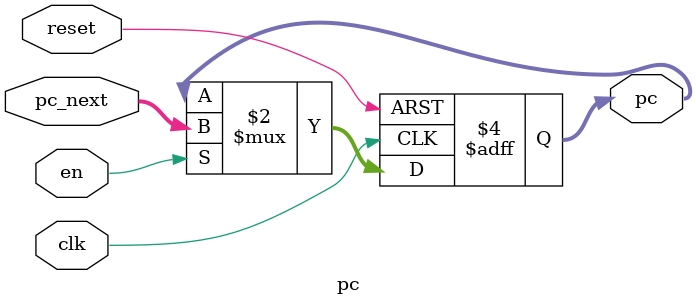
<source format=sv>

module pc (
    input  logic clk,
    input  logic reset,   // active high
    input  logic en,      // pc enable (0 = hold)
    input  logic [15:0] pc_next,
    output logic [15:0] pc
);

    always_ff @(posedge clk or posedge reset) 
    begin
        if (reset) begin
            pc <= 16'h0000;      // start at address 0
        end else if (en) begin
            pc <= pc_next;
        end
        // else: hold current pc
    end

endmodule
</source>
